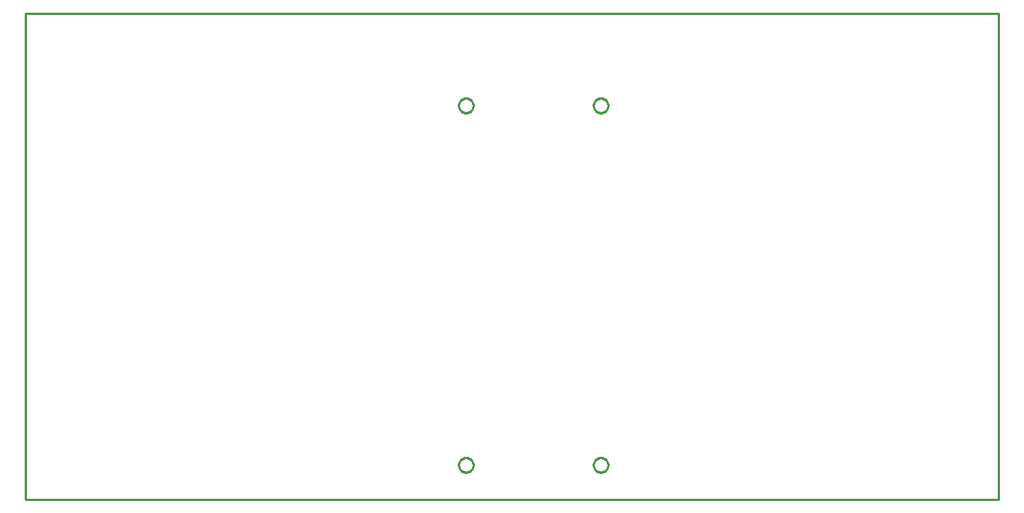
<source format=gbr>
G04 EAGLE Gerber RS-274X export*
G75*
%MOMM*%
%FSLAX34Y34*%
%LPD*%
%IN*%
%IPPOS*%
%AMOC8*
5,1,8,0,0,1.08239X$1,22.5*%
G01*
%ADD10C,0.254000*%


D10*
X0Y0D02*
X1100000Y0D01*
X1100000Y550000D01*
X0Y550000D01*
X0Y0D01*
X498206Y47455D02*
X499013Y47376D01*
X499808Y47217D01*
X500584Y46982D01*
X501334Y46671D01*
X502049Y46289D01*
X502723Y45838D01*
X503350Y45324D01*
X503924Y44750D01*
X504438Y44123D01*
X504889Y43449D01*
X505271Y42734D01*
X505582Y41984D01*
X505817Y41208D01*
X505976Y40413D01*
X506055Y39606D01*
X506055Y38794D01*
X505976Y37987D01*
X505817Y37192D01*
X505582Y36416D01*
X505271Y35666D01*
X504889Y34951D01*
X504438Y34277D01*
X503924Y33650D01*
X503350Y33076D01*
X502723Y32562D01*
X502049Y32111D01*
X501334Y31729D01*
X500584Y31418D01*
X499808Y31183D01*
X499013Y31025D01*
X498206Y30945D01*
X497394Y30945D01*
X496587Y31025D01*
X495792Y31183D01*
X495016Y31418D01*
X494266Y31729D01*
X493551Y32111D01*
X492877Y32562D01*
X492250Y33076D01*
X491676Y33650D01*
X491162Y34277D01*
X490711Y34951D01*
X490329Y35666D01*
X490018Y36416D01*
X489783Y37192D01*
X489625Y37987D01*
X489545Y38794D01*
X489545Y39606D01*
X489625Y40413D01*
X489783Y41208D01*
X490018Y41984D01*
X490329Y42734D01*
X490711Y43449D01*
X491162Y44123D01*
X491676Y44750D01*
X492250Y45324D01*
X492877Y45838D01*
X493551Y46289D01*
X494266Y46671D01*
X495016Y46982D01*
X495792Y47217D01*
X496587Y47376D01*
X497394Y47455D01*
X498206Y47455D01*
X650606Y47455D02*
X651413Y47376D01*
X652208Y47217D01*
X652984Y46982D01*
X653734Y46671D01*
X654449Y46289D01*
X655123Y45838D01*
X655750Y45324D01*
X656324Y44750D01*
X656838Y44123D01*
X657289Y43449D01*
X657671Y42734D01*
X657982Y41984D01*
X658217Y41208D01*
X658376Y40413D01*
X658455Y39606D01*
X658455Y38794D01*
X658376Y37987D01*
X658217Y37192D01*
X657982Y36416D01*
X657671Y35666D01*
X657289Y34951D01*
X656838Y34277D01*
X656324Y33650D01*
X655750Y33076D01*
X655123Y32562D01*
X654449Y32111D01*
X653734Y31729D01*
X652984Y31418D01*
X652208Y31183D01*
X651413Y31025D01*
X650606Y30945D01*
X649794Y30945D01*
X648987Y31025D01*
X648192Y31183D01*
X647416Y31418D01*
X646666Y31729D01*
X645951Y32111D01*
X645277Y32562D01*
X644650Y33076D01*
X644076Y33650D01*
X643562Y34277D01*
X643111Y34951D01*
X642729Y35666D01*
X642418Y36416D01*
X642183Y37192D01*
X642025Y37987D01*
X641945Y38794D01*
X641945Y39606D01*
X642025Y40413D01*
X642183Y41208D01*
X642418Y41984D01*
X642729Y42734D01*
X643111Y43449D01*
X643562Y44123D01*
X644076Y44750D01*
X644650Y45324D01*
X645277Y45838D01*
X645951Y46289D01*
X646666Y46671D01*
X647416Y46982D01*
X648192Y47217D01*
X648987Y47376D01*
X649794Y47455D01*
X650606Y47455D01*
X650606Y453855D02*
X651413Y453776D01*
X652208Y453617D01*
X652984Y453382D01*
X653734Y453071D01*
X654449Y452689D01*
X655123Y452238D01*
X655750Y451724D01*
X656324Y451150D01*
X656838Y450523D01*
X657289Y449849D01*
X657671Y449134D01*
X657982Y448384D01*
X658217Y447608D01*
X658376Y446813D01*
X658455Y446006D01*
X658455Y445194D01*
X658376Y444387D01*
X658217Y443592D01*
X657982Y442816D01*
X657671Y442066D01*
X657289Y441351D01*
X656838Y440677D01*
X656324Y440050D01*
X655750Y439476D01*
X655123Y438962D01*
X654449Y438511D01*
X653734Y438129D01*
X652984Y437818D01*
X652208Y437583D01*
X651413Y437425D01*
X650606Y437345D01*
X649794Y437345D01*
X648987Y437425D01*
X648192Y437583D01*
X647416Y437818D01*
X646666Y438129D01*
X645951Y438511D01*
X645277Y438962D01*
X644650Y439476D01*
X644076Y440050D01*
X643562Y440677D01*
X643111Y441351D01*
X642729Y442066D01*
X642418Y442816D01*
X642183Y443592D01*
X642025Y444387D01*
X641945Y445194D01*
X641945Y446006D01*
X642025Y446813D01*
X642183Y447608D01*
X642418Y448384D01*
X642729Y449134D01*
X643111Y449849D01*
X643562Y450523D01*
X644076Y451150D01*
X644650Y451724D01*
X645277Y452238D01*
X645951Y452689D01*
X646666Y453071D01*
X647416Y453382D01*
X648192Y453617D01*
X648987Y453776D01*
X649794Y453855D01*
X650606Y453855D01*
X498206Y453855D02*
X499013Y453776D01*
X499808Y453617D01*
X500584Y453382D01*
X501334Y453071D01*
X502049Y452689D01*
X502723Y452238D01*
X503350Y451724D01*
X503924Y451150D01*
X504438Y450523D01*
X504889Y449849D01*
X505271Y449134D01*
X505582Y448384D01*
X505817Y447608D01*
X505976Y446813D01*
X506055Y446006D01*
X506055Y445194D01*
X505976Y444387D01*
X505817Y443592D01*
X505582Y442816D01*
X505271Y442066D01*
X504889Y441351D01*
X504438Y440677D01*
X503924Y440050D01*
X503350Y439476D01*
X502723Y438962D01*
X502049Y438511D01*
X501334Y438129D01*
X500584Y437818D01*
X499808Y437583D01*
X499013Y437425D01*
X498206Y437345D01*
X497394Y437345D01*
X496587Y437425D01*
X495792Y437583D01*
X495016Y437818D01*
X494266Y438129D01*
X493551Y438511D01*
X492877Y438962D01*
X492250Y439476D01*
X491676Y440050D01*
X491162Y440677D01*
X490711Y441351D01*
X490329Y442066D01*
X490018Y442816D01*
X489783Y443592D01*
X489625Y444387D01*
X489545Y445194D01*
X489545Y446006D01*
X489625Y446813D01*
X489783Y447608D01*
X490018Y448384D01*
X490329Y449134D01*
X490711Y449849D01*
X491162Y450523D01*
X491676Y451150D01*
X492250Y451724D01*
X492877Y452238D01*
X493551Y452689D01*
X494266Y453071D01*
X495016Y453382D01*
X495792Y453617D01*
X496587Y453776D01*
X497394Y453855D01*
X498206Y453855D01*
M02*

</source>
